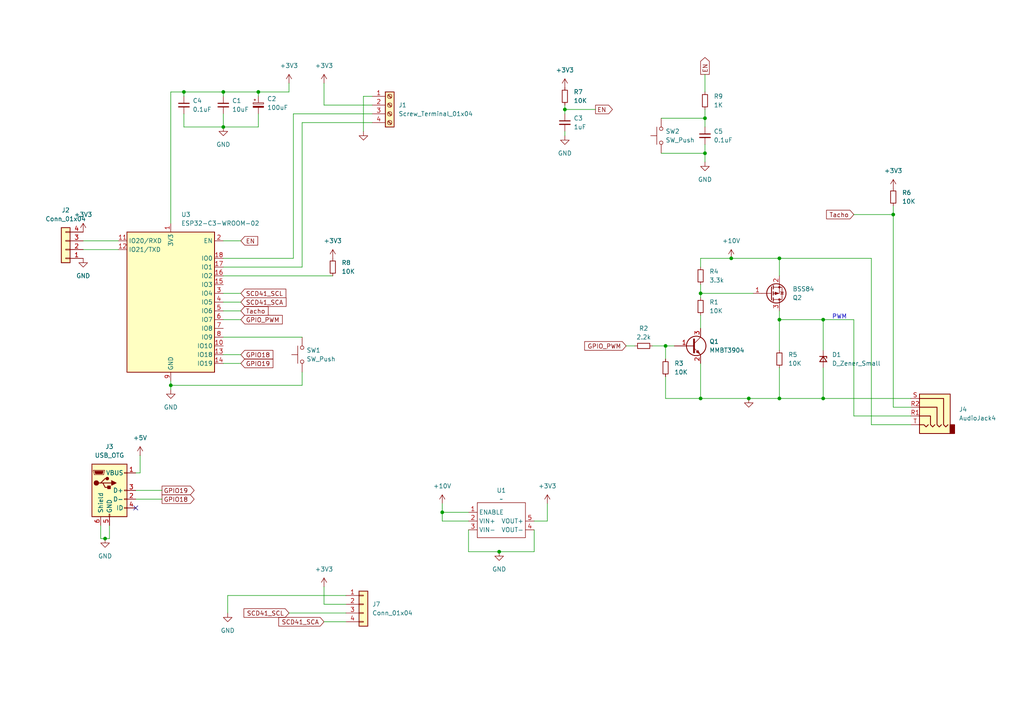
<source format=kicad_sch>
(kicad_sch (version 20231120) (generator "eeschema") (generator_version "8.0")
  (paper "A4")
  (lib_symbols
    (symbol "A_LOCAL_LIBS:Bucket-Converter-Board-3.3V"
      (property "Reference" "U" (at 0 6.604 0))
      (symbol "Bucket-Converter-Board-3.3V_0_1"
        (polyline (pts (xy -6.35 5.334) (xy 7.62 5.334) (xy 7.62 -4.826) (xy -6.35 -4.826) (xy -6.35 5.334)))
      )
      (symbol "Bucket-Converter-Board-3.3V_1_1"
        (pin input line (at -8.89 2.54 0) (length 2.54) (name "ENABLE") (number "1"))
        (pin power_in line (at -8.89 0 0) (length 2.54) (name "VIN+") (number "2"))
        (pin power_in line (at -8.89 -2.54 0) (length 2.54) (name "VIN-") (number "3"))
        (pin power_out line (at 10.16 -2.54 180) (length 2.54) (name "VOUT-") (number "4"))
        (pin power_out line (at 10.16 0 180) (length 2.54) (name "VOUT+") (number "5"))
      )
    )
    (symbol "Connector:Screw_Terminal_01x04" (pin_names (offset 1.016) hide)
      (property "Reference" "J" (at 0 5.08 0))
      (property "Value" "Screw_Terminal_01x04" (at 0 -7.62 0))
      (symbol "Screw_Terminal_01x04_1_1"
        (rectangle (start -1.27 3.81) (end 1.27 -6.35) (stroke (width 0.254)) (fill (type background)))
        (circle (center 0 -5.08) (radius 0.635) (stroke (width 0.1524)))
        (circle (center 0 -2.54) (radius 0.635) (stroke (width 0.1524)))
        (polyline (pts (xy -0.5334 -4.7498) (xy 0.3302 -5.588)) (stroke (width 0.1524)))
        (polyline (pts (xy -0.5334 -2.2098) (xy 0.3302 -3.048)) (stroke (width 0.1524)))
        (polyline (pts (xy -0.5334 0.3302) (xy 0.3302 -0.508)) (stroke (width 0.1524)))
        (polyline (pts (xy -0.5334 2.8702) (xy 0.3302 2.032)) (stroke (width 0.1524)))
        (polyline (pts (xy -0.3556 -4.572) (xy 0.508 -5.4102)) (stroke (width 0.1524)))
        (polyline (pts (xy -0.3556 -2.032) (xy 0.508 -2.8702)) (stroke (width 0.1524)))
        (polyline (pts (xy -0.3556 0.508) (xy 0.508 -0.3302)) (stroke (width 0.1524)))
        (polyline (pts (xy -0.3556 3.048) (xy 0.508 2.2098)) (stroke (width 0.1524)))
        (circle (center 0 0) (radius 0.635) (stroke (width 0.1524)))
        (circle (center 0 2.54) (radius 0.635) (stroke (width 0.1524)))
        (pin passive line (at -5.08 2.54 0) (length 3.81) (name "Pin_1") (number "1"))
        (pin passive line (at -5.08 0 0) (length 3.81) (name "Pin_2") (number "2"))
        (pin passive line (at -5.08 -2.54 0) (length 3.81) (name "Pin_3") (number "3"))
        (pin passive line (at -5.08 -5.08 0) (length 3.81) (name "Pin_4") (number "4"))
      )
    )
    (symbol "Connector:USB_OTG" (pin_names (offset 1.016))
      (property "Reference" "J" (at -5.08 11.43 0))
      (property "Value" "USB_OTG" (at -5.08 8.89 0))
      (symbol "USB_OTG_0_1"
        (rectangle (start -5.08 -7.62) (end 5.08 7.62) (stroke (width 0.254)) (fill (type background)))
        (circle (center -3.81 2.159) (radius 0.635) (stroke (width 0.254)) (fill (type outline)))
        (circle (center -0.635 3.429) (radius 0.381) (stroke (width 0.254)) (fill (type outline)))
        (rectangle (start -0.127 -7.62) (end 0.127 -6.858))
        (polyline (pts (xy -1.905 2.159) (xy 0.635 2.159)) (stroke (width 0.254)))
        (polyline (pts (xy -3.175 2.159) (xy -2.54 2.159) (xy -1.27 3.429) (xy -0.635 3.429)) (stroke (width 0.254)))
        (polyline (pts (xy -2.54 2.159) (xy -1.905 2.159) (xy -1.27 0.889) (xy 0 0.889)) (stroke (width 0.254)))
        (polyline (pts (xy 0.635 2.794) (xy 0.635 1.524) (xy 1.905 2.159) (xy 0.635 2.794)) (stroke (width 0.254)) (fill (type outline)))
        (polyline (pts (xy -4.318 5.588) (xy -1.778 5.588) (xy -2.032 4.826) (xy -4.064 4.826) (xy -4.318 5.588)) (fill (type outline)))
        (polyline (pts (xy -4.699 5.842) (xy -4.699 5.588) (xy -4.445 4.826) (xy -4.445 4.572) (xy -1.651 4.572) (xy -1.651 4.826) (xy -1.397 5.588) (xy -1.397 5.842) (xy -4.699 5.842)))
        (rectangle (start 0.254 1.27) (end -0.508 0.508) (stroke (width 0.254)) (fill (type outline)))
        (rectangle (start 5.08 -5.207) (end 4.318 -4.953))
        (rectangle (start 5.08 -2.667) (end 4.318 -2.413))
        (rectangle (start 5.08 -0.127) (end 4.318 0.127))
        (rectangle (start 5.08 4.953) (end 4.318 5.207))
      )
      (symbol "USB_OTG_1_1"
        (pin passive line (at 7.62 5.08 180) (length 2.54) (name "VBUS") (number "1"))
        (pin bidirectional line (at 7.62 -2.54 180) (length 2.54) (name "D-") (number "2"))
        (pin bidirectional line (at 7.62 0 180) (length 2.54) (name "D+") (number "3"))
        (pin passive line (at 7.62 -5.08 180) (length 2.54) (name "ID") (number "4"))
        (pin passive line (at 0 -10.16 90) (length 2.54) (name "GND") (number "5"))
        (pin passive line (at -2.54 -10.16 90) (length 2.54) (name "Shield") (number "6"))
      )
    )
    (symbol "Connector_Audio:AudioJack4"
      (property "Reference" "J" (at 0 8.89 0))
      (property "Value" "AudioJack4" (at 0 6.35 0))
      (symbol "AudioJack4_0_1"
        (rectangle (start -6.35 -5.08) (end -7.62 -7.62) (stroke (width 0.254)) (fill (type outline)))
        (polyline (pts (xy 0 -5.08) (xy 0.635 -5.715) (xy 1.27 -5.08) (xy 2.54 -5.08)) (stroke (width 0.254)))
        (polyline (pts (xy -5.715 -5.08) (xy -5.08 -5.715) (xy -4.445 -5.08) (xy -4.445 2.54) (xy 2.54 2.54)) (stroke (width 0.254)))
        (polyline (pts (xy -1.905 -5.08) (xy -1.27 -5.715) (xy -0.635 -5.08) (xy -0.635 -2.54) (xy 2.54 -2.54)) (stroke (width 0.254)))
        (polyline (pts (xy 2.54 0) (xy -2.54 0) (xy -2.54 -5.08) (xy -3.175 -5.715) (xy -3.81 -5.08)) (stroke (width 0.254)))
        (rectangle (start 2.54 3.81) (end -6.35 -7.62) (stroke (width 0.254)) (fill (type background)))
      )
      (symbol "AudioJack4_1_1"
        (pin passive line (at 5.08 -2.54 180) (length 2.54) (name "~") (number "R1"))
        (pin passive line (at 5.08 0 180) (length 2.54) (name "~") (number "R2"))
        (pin passive line (at 5.08 2.54 180) (length 2.54) (name "~") (number "S"))
        (pin passive line (at 5.08 -5.08 180) (length 2.54) (name "~") (number "T"))
      )
    )
    (symbol "Connector_Generic:Conn_01x04" (pin_names (offset 1.016) hide)
      (property "Reference" "J" (at 0 5.08 0))
      (property "Value" "Conn_01x04" (at 0 -7.62 0))
      (symbol "Conn_01x04_1_1"
        (rectangle (start -1.27 -4.953) (end 0 -5.207) (stroke (width 0.1524)))
        (rectangle (start -1.27 -2.413) (end 0 -2.667) (stroke (width 0.1524)))
        (rectangle (start -1.27 0.127) (end 0 -0.127) (stroke (width 0.1524)))
        (rectangle (start -1.27 2.667) (end 0 2.413) (stroke (width 0.1524)))
        (rectangle (start -1.27 3.81) (end 1.27 -6.35) (stroke (width 0.254)) (fill (type background)))
        (pin passive line (at -5.08 2.54 0) (length 3.81) (name "Pin_1") (number "1"))
        (pin passive line (at -5.08 0 0) (length 3.81) (name "Pin_2") (number "2"))
        (pin passive line (at -5.08 -2.54 0) (length 3.81) (name "Pin_3") (number "3"))
        (pin passive line (at -5.08 -5.08 0) (length 3.81) (name "Pin_4") (number "4"))
      )
    )
    (symbol "Device:C_Polarized_Small" (pin_numbers hide) (pin_names (offset 0.254) hide)
      (property "Reference" "C" (at 0.254 1.778 0))
      (property "Value" "C_Polarized_Small" (at 0.254 -2.032 0))
      (symbol "C_Polarized_Small_0_1"
        (rectangle (start -1.524 -0.3048) (end 1.524 -0.6858) (fill (type outline)))
        (rectangle (start -1.524 0.6858) (end 1.524 0.3048))
        (polyline (pts (xy -1.27 1.524) (xy -0.762 1.524)))
        (polyline (pts (xy -1.016 1.27) (xy -1.016 1.778)))
      )
      (symbol "C_Polarized_Small_1_1"
        (pin passive line (at 0 2.54 270) (length 1.8542) (name "~") (number "1"))
        (pin passive line (at 0 -2.54 90) (length 1.8542) (name "~") (number "2"))
      )
    )
    (symbol "Device:C_Small" (pin_numbers hide) (pin_names (offset 0.254) hide)
      (property "Reference" "C" (at 0.254 1.778 0))
      (property "Value" "C_Small" (at 0.254 -2.032 0))
      (symbol "C_Small_0_1"
        (polyline (pts (xy -1.524 -0.508) (xy 1.524 -0.508)) (stroke (width 0.3302)))
        (polyline (pts (xy -1.524 0.508) (xy 1.524 0.508)) (stroke (width 0.3048)))
      )
      (symbol "C_Small_1_1"
        (pin passive line (at 0 2.54 270) (length 2.032) (name "~") (number "1"))
        (pin passive line (at 0 -2.54 90) (length 2.032) (name "~") (number "2"))
      )
    )
    (symbol "Device:D_Zener_Small" (pin_numbers hide) (pin_names (offset 0.254) hide)
      (property "Reference" "D" (at 0 2.286 0))
      (property "Value" "D_Zener_Small" (at 0 -2.286 0))
      (symbol "D_Zener_Small_0_1"
        (polyline (pts (xy 0.762 0) (xy -0.762 0)))
        (polyline (pts (xy -0.254 1.016) (xy -0.762 1.016) (xy -0.762 -1.016)) (stroke (width 0.254)))
        (polyline (pts (xy 0.762 1.016) (xy -0.762 0) (xy 0.762 -1.016) (xy 0.762 1.016)) (stroke (width 0.254)))
      )
      (symbol "D_Zener_Small_1_1"
        (pin passive line (at -2.54 0 0) (length 1.778) (name "K") (number "1"))
        (pin passive line (at 2.54 0 180) (length 1.778) (name "A") (number "2"))
      )
    )
    (symbol "Device:R_Small" (pin_numbers hide) (pin_names (offset 0.254) hide)
      (property "Reference" "R" (at 0.762 0.508 0))
      (property "Value" "R_Small" (at 0.762 -1.016 0))
      (symbol "R_Small_0_1"
        (rectangle (start -0.762 1.778) (end 0.762 -1.778) (stroke (width 0.2032)))
      )
      (symbol "R_Small_1_1"
        (pin passive line (at 0 2.54 270) (length 0.762) (name "~") (number "1"))
        (pin passive line (at 0 -2.54 90) (length 0.762) (name "~") (number "2"))
      )
    )
    (symbol "GND_1" (power) (pin_names (offset 0))
      (property "Value" "GND_1" (at 0 -3.81 0))
      (symbol "GND_1_0_1"
        (polyline (pts (xy 0 0) (xy 0 -1.27) (xy 1.27 -1.27) (xy 0 -2.54) (xy -1.27 -1.27) (xy 0 -1.27)))
      )
      (symbol "GND_1_1_1"
        (pin power_in line (at 0 0 270) (length 0) hide (name "GND") (number "1"))
      )
    )
    (symbol "GND_2" (power) (pin_numbers hide) (pin_names (offset 0) hide)
      (property "Value" "GND" (at 0 -3.81 0))
      (symbol "GND_2_0_1"
        (polyline (pts (xy 0 0) (xy 0 -1.27) (xy 1.27 -1.27) (xy 0 -2.54) (xy -1.27 -1.27) (xy 0 -1.27)))
      )
      (symbol "GND_2_1_1"
        (pin power_in line (at 0 0 270) (length 0) (name "~") (number "1"))
      )
    )
    (symbol "RF_Module:ESP32-C3-WROOM-02"
      (property "Reference" "U" (at -12.192 21.336 0))
      (property "Value" "ESP32-C3-WROOM-02" (at 12.192 21.336 0))
      (symbol "ESP32-C3-WROOM-02_1_1"
        (rectangle (start -12.7 20.32) (end 12.7 -20.32) (stroke (width 0.254)) (fill (type background)))
        (pin power_in line (at 0 22.86 270) (length 2.54) (name "3V3") (number "1"))
        (pin bidirectional line (at -15.24 -12.7 0) (length 2.54) (name "IO10") (number "10"))
        (pin bidirectional line (at 15.24 17.78 180) (length 2.54) (name "IO20/RXD") (number "11"))
        (pin bidirectional line (at 15.24 15.24 180) (length 2.54) (name "IO21/TXD") (number "12"))
        (pin bidirectional line (at -15.24 -15.24 0) (length 2.54) (name "IO18") (number "13"))
        (pin bidirectional line (at -15.24 -17.78 0) (length 2.54) (name "IO19") (number "14"))
        (pin bidirectional line (at -15.24 5.08 0) (length 2.54) (name "IO3") (number "15"))
        (pin bidirectional line (at -15.24 7.62 0) (length 2.54) (name "IO2") (number "16"))
        (pin bidirectional line (at -15.24 10.16 0) (length 2.54) (name "IO1") (number "17"))
        (pin bidirectional line (at -15.24 12.7 0) (length 2.54) (name "IO0") (number "18"))
        (pin passive line (at 0 -22.86 90) (length 2.54) hide (name "GND") (number "19"))
        (pin input line (at -15.24 17.78 0) (length 2.54) (name "EN") (number "2"))
        (pin bidirectional line (at -15.24 2.54 0) (length 2.54) (name "IO4") (number "3"))
        (pin bidirectional line (at -15.24 0 0) (length 2.54) (name "IO5") (number "4"))
        (pin bidirectional line (at -15.24 -2.54 0) (length 2.54) (name "IO6") (number "5"))
        (pin bidirectional line (at -15.24 -5.08 0) (length 2.54) (name "IO7") (number "6"))
        (pin bidirectional line (at -15.24 -7.62 0) (length 2.54) (name "IO8") (number "7"))
        (pin bidirectional line (at -15.24 -10.16 0) (length 2.54) (name "IO9") (number "8"))
        (pin power_in line (at 0 -22.86 90) (length 2.54) (name "GND") (number "9"))
      )
    )
    (symbol "Switch:SW_Push" (pin_numbers hide) (pin_names (offset 1.016) hide)
      (property "Reference" "SW" (at 1.27 2.54 0))
      (property "Value" "SW_Push" (at 0 -1.524 0))
      (symbol "SW_Push_0_1"
        (circle (center -2.032 0) (radius 0.508))
        (polyline (pts (xy 0 1.27) (xy 0 3.048)))
        (polyline (pts (xy 2.54 1.27) (xy -2.54 1.27)))
        (circle (center 2.032 0) (radius 0.508))
        (pin passive line (at -5.08 0 0) (length 2.54) (name "1") (number "1"))
        (pin passive line (at 5.08 0 180) (length 2.54) (name "2") (number "2"))
      )
    )
    (symbol "Transistor_BJT:MMBT3904" (pin_names (offset 0) hide)
      (property "Reference" "Q" (at 5.08 1.905 0))
      (property "Value" "MMBT3904" (at 5.08 0 0))
      (symbol "MMBT3904_0_1"
        (polyline (pts (xy 0.635 0.635) (xy 2.54 2.54)))
        (polyline (pts (xy 0.635 -0.635) (xy 2.54 -2.54) (xy 2.54 -2.54)))
        (polyline (pts (xy 0.635 1.905) (xy 0.635 -1.905) (xy 0.635 -1.905)) (stroke (width 0.508)))
        (polyline (pts (xy 1.27 -1.778) (xy 1.778 -1.27) (xy 2.286 -2.286) (xy 1.27 -1.778) (xy 1.27 -1.778)) (fill (type outline)))
        (circle (center 1.27 0) (radius 2.8194) (stroke (width 0.254)))
      )
      (symbol "MMBT3904_1_1"
        (pin input line (at -5.08 0 0) (length 5.715) (name "B") (number "1"))
        (pin passive line (at 2.54 -5.08 90) (length 2.54) (name "E") (number "2"))
        (pin passive line (at 2.54 5.08 270) (length 2.54) (name "C") (number "3"))
      )
    )
    (symbol "Transistor_FET:BSS84" (pin_names hide)
      (property "Reference" "Q" (at 5.08 1.905 0))
      (property "Value" "BSS84" (at 5.08 0 0))
      (symbol "BSS84_0_1"
        (polyline (pts (xy 0.254 0) (xy -2.54 0)))
        (polyline (pts (xy 0.254 1.905) (xy 0.254 -1.905)) (stroke (width 0.254)))
        (polyline (pts (xy 0.762 -1.27) (xy 0.762 -2.286)) (stroke (width 0.254)))
        (polyline (pts (xy 0.762 0.508) (xy 0.762 -0.508)) (stroke (width 0.254)))
        (polyline (pts (xy 0.762 2.286) (xy 0.762 1.27)) (stroke (width 0.254)))
        (polyline (pts (xy 2.54 2.54) (xy 2.54 1.778)))
        (polyline (pts (xy 2.54 -2.54) (xy 2.54 0) (xy 0.762 0)))
        (polyline (pts (xy 0.762 1.778) (xy 3.302 1.778) (xy 3.302 -1.778) (xy 0.762 -1.778)))
        (polyline (pts (xy 2.286 0) (xy 1.27 0.381) (xy 1.27 -0.381) (xy 2.286 0)) (fill (type outline)))
        (polyline (pts (xy 2.794 -0.508) (xy 2.921 -0.381) (xy 3.683 -0.381) (xy 3.81 -0.254)))
        (polyline (pts (xy 3.302 -0.381) (xy 2.921 0.254) (xy 3.683 0.254) (xy 3.302 -0.381)))
        (circle (center 1.651 0) (radius 2.794) (stroke (width 0.254)))
        (circle (center 2.54 -1.778) (radius 0.254) (fill (type outline)))
        (circle (center 2.54 1.778) (radius 0.254) (fill (type outline)))
      )
      (symbol "BSS84_1_1"
        (pin input line (at -5.08 0 0) (length 2.54) (name "G") (number "1"))
        (pin passive line (at 2.54 -5.08 90) (length 2.54) (name "S") (number "2"))
        (pin passive line (at 2.54 5.08 270) (length 2.54) (name "D") (number "3"))
      )
    )
    (symbol "power:+10V" (power) (pin_names (offset 0))
      (property "Value" "+10V" (at 0 3.556 0))
      (symbol "+10V_0_1"
        (polyline (pts (xy -0.762 1.27) (xy 0 2.54)))
        (polyline (pts (xy 0 0) (xy 0 2.54)))
        (polyline (pts (xy 0 2.54) (xy 0.762 1.27)))
      )
      (symbol "+10V_1_1"
        (pin power_in line (at 0 0 90) (length 0) hide (name "+10V") (number "1"))
      )
    )
    (symbol "power:+3.3V" (power) (pin_names (offset 0))
      (property "Value" "+3.3V" (at 0 3.556 0))
      (symbol "+3.3V_0_1"
        (polyline (pts (xy -0.762 1.27) (xy 0 2.54)))
        (polyline (pts (xy 0 0) (xy 0 2.54)))
        (polyline (pts (xy 0 2.54) (xy 0.762 1.27)))
      )
      (symbol "+3.3V_1_1"
        (pin power_in line (at 0 0 90) (length 0) hide (name "+3V3") (number "1"))
      )
    )
    (symbol "power:+5V" (power) (pin_numbers hide) (pin_names (offset 0) hide)
      (property "Value" "+5V" (at 0 3.556 0))
      (symbol "+5V_0_1"
        (polyline (pts (xy -0.762 1.27) (xy 0 2.54)))
        (polyline (pts (xy 0 0) (xy 0 2.54)))
        (polyline (pts (xy 0 2.54) (xy 0.762 1.27)))
      )
      (symbol "+5V_1_1"
        (pin power_in line (at 0 0 90) (length 0) (name "~") (number "1"))
      )
    )
    (symbol "power:GND" (power) (pin_names (offset 0))
      (property "Value" "GND" (at 0 -3.81 0))
      (symbol "GND_0_1"
        (polyline (pts (xy 0 0) (xy 0 -1.27) (xy 1.27 -1.27) (xy 0 -2.54) (xy -1.27 -1.27) (xy 0 -1.27)))
      )
      (symbol "GND_1_1"
        (pin power_in line (at 0 0 270) (length 0) hide (name "GND") (number "1"))
      )
    )
  )
  (junction (at 203.2 85.09))
  (junction (at 203.2 115.57))
  (junction (at 53.34 26.67))
  (junction (at 30.48 156.21))
  (junction (at 204.47 34.29))
  (junction (at 64.77 26.67))
  (junction (at 238.76 92.71))
  (junction (at 204.47 44.45))
  (junction (at 259.08 62.23))
  (junction (at 226.06 92.71))
  (junction (at 193.04 100.33))
  (junction (at 212.09 74.93))
  (junction (at 144.78 160.02))
  (junction (at 226.06 74.93))
  (junction (at 49.53 111.76))
  (junction (at 238.76 115.57))
  (junction (at 64.77 36.83))
  (junction (at 163.83 31.75))
  (junction (at 226.06 115.57))
  (junction (at 128.27 148.59))
  (junction (at 74.93 26.67))
  (junction (at 217.17 115.57))
  (no_connect (at 39.37 147.32))
  (wire (pts (xy 31.75 156.21) (xy 30.48 156.21)))
  (wire (pts (xy 39.37 137.16) (xy 40.64 137.16)))
  (wire (pts (xy 29.21 152.4) (xy 29.21 156.21)))
  (wire (pts (xy 158.75 151.13) (xy 158.75 146.05)))
  (wire (pts (xy 87.63 107.95) (xy 87.63 111.76)))
  (wire (pts (xy 212.09 74.93) (xy 226.06 74.93)))
  (wire (pts (xy 128.27 148.59) (xy 128.27 146.05)))
  (wire (pts (xy 87.63 111.76) (xy 49.53 111.76)))
  (wire (pts (xy 203.2 91.44) (xy 203.2 95.25)))
  (wire (pts (xy 204.47 44.45) (xy 204.47 46.99)))
  (wire (pts (xy 83.82 177.8) (xy 100.33 177.8)))
  (wire (pts (xy 226.06 90.17) (xy 226.06 92.71)))
  (wire (pts (xy 87.63 35.56) (xy 107.95 35.56)))
  (wire (pts (xy 247.65 120.65) (xy 264.16 120.65)))
  (wire (pts (xy 49.53 113.03) (xy 49.53 111.76)))
  (wire (pts (xy 74.93 26.67) (xy 74.93 27.94)))
  (wire (pts (xy 100.33 172.72) (xy 66.04 172.72)))
  (wire (pts (xy 191.77 44.45) (xy 204.47 44.45)))
  (wire (pts (xy 238.76 92.71) (xy 247.65 92.71)))
  (wire (pts (xy 203.2 82.55) (xy 203.2 85.09)))
  (wire (pts (xy 128.27 148.59) (xy 135.89 148.59)))
  (wire (pts (xy 226.06 106.68) (xy 226.06 115.57)))
  (wire (pts (xy 40.64 137.16) (xy 40.64 132.08)))
  (wire (pts (xy 64.77 74.93) (xy 85.09 74.93)))
  (wire (pts (xy 247.65 62.23) (xy 259.08 62.23)))
  (wire (pts (xy 226.06 74.93) (xy 252.73 74.93)))
  (wire (pts (xy 238.76 115.57) (xy 264.16 115.57)))
  (wire (pts (xy 64.77 92.71) (xy 69.85 92.71)))
  (wire (pts (xy 135.89 160.02) (xy 144.78 160.02)))
  (wire (pts (xy 154.94 160.02) (xy 144.78 160.02)))
  (wire (pts (xy 31.75 152.4) (xy 31.75 156.21)))
  (wire (pts (xy 238.76 92.71) (xy 238.76 101.6)))
  (wire (pts (xy 64.77 69.85) (xy 69.85 69.85)))
  (wire (pts (xy 93.98 30.48) (xy 93.98 24.13)))
  (wire (pts (xy 64.77 105.41) (xy 69.85 105.41)))
  (wire (pts (xy 53.34 36.83) (xy 64.77 36.83)))
  (wire (pts (xy 53.34 33.02) (xy 53.34 36.83)))
  (wire (pts (xy 226.06 115.57) (xy 217.17 115.57)))
  (wire (pts (xy 163.83 31.75) (xy 163.83 30.48)))
  (wire (pts (xy 107.95 30.48) (xy 93.98 30.48)))
  (wire (pts (xy 24.13 72.39) (xy 34.29 72.39)))
  (wire (pts (xy 83.82 24.13) (xy 83.82 26.67)))
  (wire (pts (xy 64.77 102.87) (xy 69.85 102.87)))
  (wire (pts (xy 74.93 33.02) (xy 74.93 36.83)))
  (wire (pts (xy 87.63 97.79) (xy 64.77 97.79)))
  (wire (pts (xy 128.27 151.13) (xy 128.27 148.59)))
  (wire (pts (xy 87.63 35.56) (xy 87.63 77.47)))
  (wire (pts (xy 100.33 175.26) (xy 93.98 175.26)))
  (wire (pts (xy 85.09 33.02) (xy 107.95 33.02)))
  (wire (pts (xy 49.53 26.67) (xy 53.34 26.67)))
  (wire (pts (xy 74.93 26.67) (xy 83.82 26.67)))
  (wire (pts (xy 252.73 123.19) (xy 264.16 123.19)))
  (wire (pts (xy 64.77 87.63) (xy 69.85 87.63)))
  (wire (pts (xy 135.89 153.67) (xy 135.89 160.02)))
  (wire (pts (xy 64.77 90.17) (xy 69.85 90.17)))
  (wire (pts (xy 49.53 111.76) (xy 49.53 110.49)))
  (wire (pts (xy 212.09 74.93) (xy 203.2 74.93)))
  (wire (pts (xy 105.41 27.94) (xy 105.41 38.1)))
  (wire (pts (xy 238.76 115.57) (xy 226.06 115.57)))
  (wire (pts (xy 181.61 100.33) (xy 184.15 100.33)))
  (wire (pts (xy 264.16 118.11) (xy 259.08 118.11)))
  (wire (pts (xy 191.77 34.29) (xy 204.47 34.29)))
  (wire (pts (xy 204.47 21.59) (xy 204.47 26.67)))
  (wire (pts (xy 203.2 85.09) (xy 203.2 86.36)))
  (wire (pts (xy 64.77 33.02) (xy 64.77 36.83)))
  (wire (pts (xy 189.23 100.33) (xy 193.04 100.33)))
  (wire (pts (xy 193.04 100.33) (xy 193.04 104.14)))
  (wire (pts (xy 64.77 26.67) (xy 74.93 26.67)))
  (wire (pts (xy 163.83 33.02) (xy 163.83 31.75)))
  (wire (pts (xy 74.93 36.83) (xy 64.77 36.83)))
  (wire (pts (xy 39.37 142.24) (xy 46.99 142.24)))
  (wire (pts (xy 64.77 77.47) (xy 87.63 77.47)))
  (wire (pts (xy 135.89 151.13) (xy 128.27 151.13)))
  (wire (pts (xy 203.2 105.41) (xy 203.2 115.57)))
  (wire (pts (xy 64.77 85.09) (xy 69.85 85.09)))
  (wire (pts (xy 238.76 106.68) (xy 238.76 115.57)))
  (wire (pts (xy 154.94 153.67) (xy 154.94 160.02)))
  (wire (pts (xy 66.04 172.72) (xy 66.04 177.8)))
  (wire (pts (xy 203.2 85.09) (xy 218.44 85.09)))
  (wire (pts (xy 85.09 33.02) (xy 85.09 74.93)))
  (wire (pts (xy 247.65 92.71) (xy 247.65 120.65)))
  (wire (pts (xy 204.47 41.91) (xy 204.47 44.45)))
  (wire (pts (xy 193.04 115.57) (xy 203.2 115.57)))
  (wire (pts (xy 24.13 69.85) (xy 34.29 69.85)))
  (wire (pts (xy 204.47 31.75) (xy 204.47 34.29)))
  (wire (pts (xy 53.34 26.67) (xy 53.34 27.94)))
  (wire (pts (xy 193.04 109.22) (xy 193.04 115.57)))
  (wire (pts (xy 93.98 180.34) (xy 100.33 180.34)))
  (wire (pts (xy 39.37 144.78) (xy 46.99 144.78)))
  (wire (pts (xy 193.04 100.33) (xy 195.58 100.33)))
  (wire (pts (xy 163.83 31.75) (xy 172.72 31.75)))
  (wire (pts (xy 252.73 74.93) (xy 252.73 123.19)))
  (wire (pts (xy 107.95 27.94) (xy 105.41 27.94)))
  (wire (pts (xy 259.08 59.69) (xy 259.08 62.23)))
  (wire (pts (xy 49.53 26.67) (xy 49.53 64.77)))
  (wire (pts (xy 226.06 92.71) (xy 238.76 92.71)))
  (wire (pts (xy 226.06 74.93) (xy 226.06 80.01)))
  (wire (pts (xy 53.34 26.67) (xy 64.77 26.67)))
  (wire (pts (xy 163.83 38.1) (xy 163.83 39.37)))
  (wire (pts (xy 226.06 92.71) (xy 226.06 101.6)))
  (wire (pts (xy 93.98 175.26) (xy 93.98 170.18)))
  (wire (pts (xy 259.08 118.11) (xy 259.08 62.23)))
  (wire (pts (xy 203.2 74.93) (xy 203.2 77.47)))
  (wire (pts (xy 64.77 80.01) (xy 96.52 80.01)))
  (wire (pts (xy 204.47 34.29) (xy 204.47 36.83)))
  (wire (pts (xy 64.77 26.67) (xy 64.77 27.94)))
  (wire (pts (xy 29.21 156.21) (xy 30.48 156.21)))
  (wire (pts (xy 203.2 115.57) (xy 217.17 115.57)))
  (wire (pts (xy 154.94 151.13) (xy 158.75 151.13)))
  (text "PWM" (at 241.3 92.71 0) (effects (font (size 1.27 1.27)) (justify left bottom)))
  (global_label "GPIO_PWM" (shape input) (at 69.85 92.71 0) (property "Intersheetrefs" "${INTERSHEET_REFS}" (effects (hide yes))))
  (global_label "GPIO18" (shape input) (at 69.85 102.87 0) (property "Intersheetrefs" "${INTERSHEET_REFS}" (effects (hide yes))))
  (global_label "SCD41_SCL" (shape input) (at 83.82 177.8 180) (property "Intersheetrefs" "${INTERSHEET_REFS}" (effects (hide yes))))
  (global_label "Tacho" (shape input) (at 69.85 90.17 0) (property "Intersheetrefs" "${INTERSHEET_REFS}" (effects (hide yes))))
  (global_label "EN" (shape output) (at 204.47 21.59 90) (property "Intersheetrefs" "${INTERSHEET_REFS}" (effects (hide yes))))
  (global_label "Tacho" (shape input) (at 247.65 62.23 180) (property "Intersheetrefs" "${INTERSHEET_REFS}" (effects (hide yes))))
  (global_label "EN" (shape input) (at 69.85 69.85 0) (property "Intersheetrefs" "${INTERSHEET_REFS}" (effects (hide yes))))
  (global_label "SCD41_SCA" (shape input) (at 69.85 87.63 0) (property "Intersheetrefs" "${INTERSHEET_REFS}" (effects (hide yes))))
  (global_label "GPIO18" (shape output) (at 46.99 144.78 0) (property "Intersheetrefs" "${INTERSHEET_REFS}" (effects (hide yes))))
  (global_label "GPIO19" (shape input) (at 69.85 105.41 0) (property "Intersheetrefs" "${INTERSHEET_REFS}" (effects (hide yes))))
  (global_label "SCD41_SCA" (shape input) (at 93.98 180.34 180) (property "Intersheetrefs" "${INTERSHEET_REFS}" (effects (hide yes))))
  (global_label "EN" (shape output) (at 172.72 31.75 0) (property "Intersheetrefs" "${INTERSHEET_REFS}" (effects (hide yes))))
  (global_label "GPIO19" (shape output) (at 46.99 142.24 0) (property "Intersheetrefs" "${INTERSHEET_REFS}" (effects (hide yes))))
  (global_label "SCD41_SCL" (shape input) (at 69.85 85.09 0) (property "Intersheetrefs" "${INTERSHEET_REFS}" (effects (hide yes))))
  (global_label "GPIO_PWM" (shape input) (at 181.61 100.33 180) (property "Intersheetrefs" "${INTERSHEET_REFS}" (effects (hide yes))))
  (symbol (lib_id "RF_Module:ESP32-C3-WROOM-02") (at 49.53 87.63 0) (mirror y) (unit 1)
    (property "Reference" "U3" (at 52.5465 62.23 0) (effects (justify right)))
    (property "Value" "ESP32-C3-WROOM-02" (at 52.5465 64.77 0) (effects (justify right)))
    (property "Footprint" "RF_Module:ESP32-C3-WROOM-02" (effects (hide yes)))
    (property "Datasheet" "https://www.espressif.com/sites/default/files/documentation/esp32-c3-wroom-02_datasheet_en.pdf" (effects (hide yes)))
    (property "Description" "802.11 b/g/n Wi­Fi and Bluetooth 5 module, ESP32­C3 SoC, RISC­V microprocessor, On-board antenna" (effects (hide yes)))
  )
  (symbol (lib_id "Device:R_Small") (at 203.2 80.01 0) (unit 1)
    (property "Reference" "R4" (at 205.74 78.74 0) (effects (justify left)))
    (property "Value" "3.3k" (at 205.74 81.28 0) (effects (justify left)))
    (property "Footprint" "Resistor_SMD:R_0805_2012Metric_Pad1.20x1.40mm_HandSolder" (effects (hide yes)))
  )
  (symbol (lib_id "power:+3.3V") (at 83.82 24.13 0) (unit 1)
    (property "Reference" "#PWR08" (effects (hide yes)))
    (property "Value" "+3V3" (at 83.82 19.05 0))
  )
  (symbol (lib_id "power:+3.3V") (at 163.83 25.4 0) (unit 1)
    (property "Reference" "#PWR06" (effects (hide yes)))
    (property "Value" "+3V3" (at 163.83 20.32 0))
  )
  (symbol (lib_id "Device:C_Small") (at 53.34 30.48 0) (unit 1)
    (property "Reference" "C4" (at 55.88 29.2163 0) (effects (justify left)))
    (property "Value" "0.1uF" (at 55.88 31.7563 0) (effects (justify left)))
    (property "Footprint" "Capacitor_SMD:C_0805_2012Metric_Pad1.18x1.45mm_HandSolder" (effects (hide yes)))
  )
  (symbol (lib_id "power:+10V") (at 212.09 74.93 0) (unit 1)
    (property "Reference" "#PWR02" (effects (hide yes)))
    (property "Value" "+10V" (at 212.09 69.85 0))
  )
  (symbol (lib_id "power:+3.3V") (at 158.75 146.05 0) (unit 1)
    (property "Reference" "#PWR017" (effects (hide yes)))
    (property "Value" "+3V3" (at 158.75 140.97 0))
  )
  (symbol (lib_id "Connector_Generic:Conn_01x04") (at 105.41 175.26 0) (unit 1)
    (property "Reference" "J7" (at 107.95 175.26 0) (effects (justify left)))
    (property "Value" "Conn_01x04" (at 107.95 177.8 0) (effects (justify left)))
    (property "Footprint" "Connector_PinHeader_2.54mm:PinHeader_1x04_P2.54mm_Vertical" (effects (hide yes)))
  )
  (symbol (lib_name "GND_1") (lib_id "power:GND") (at 64.77 36.83 0) (unit 1)
    (property "Reference" "#PWR010" (effects (hide yes)))
    (property "Value" "GND" (at 64.77 41.91 0))
  )
  (symbol (lib_id "power:+5V") (at 40.64 132.08 0) (unit 1)
    (property "Reference" "#PWR020" (effects (hide yes)))
    (property "Value" "+5V" (at 40.64 127 0))
    (property "Description" "Power symbol creates a global label with name \"+5V\"" (effects (hide yes)))
  )
  (symbol (lib_id "Device:R_Small") (at 204.47 29.21 0) (unit 1)
    (property "Reference" "R9" (at 207.01 27.9399 0) (effects (justify left)))
    (property "Value" "1K" (at 207.01 30.4799 0) (effects (justify left)))
    (property "Footprint" "Resistor_SMD:R_0805_2012Metric_Pad1.20x1.40mm_HandSolder" (effects (hide yes)))
  )
  (symbol (lib_id "power:+3.3V") (at 93.98 170.18 0) (unit 1)
    (property "Reference" "#PWR014" (effects (hide yes)))
    (property "Value" "+3V3" (at 93.98 165.1 0))
  )
  (symbol (lib_id "power:+3.3V") (at 259.08 54.61 0) (unit 1)
    (property "Reference" "#PWR05" (effects (hide yes)))
    (property "Value" "+3V3" (at 259.08 49.53 0))
  )
  (symbol (lib_id "Device:C_Polarized_Small") (at 74.93 30.48 0) (unit 1)
    (property "Reference" "C2" (at 77.47 28.6638 0) (effects (justify left)))
    (property "Value" "100uF" (at 77.47 31.2038 0) (effects (justify left)))
    (property "Footprint" "Capacitor_Tantalum_SMD:CP_EIA-3528-12_Kemet-T_Pad1.50x2.35mm_HandSolder" (effects (hide yes)))
  )
  (symbol (lib_id "Device:R_Small") (at 203.2 88.9 0) (unit 1)
    (property "Reference" "R1" (at 205.74 87.63 0) (effects (justify left)))
    (property "Value" "10K" (at 205.74 90.17 0) (effects (justify left)))
    (property "Footprint" "Resistor_SMD:R_0805_2012Metric_Pad1.20x1.40mm_HandSolder" (effects (hide yes)))
  )
  (symbol (lib_id "Device:C_Small") (at 204.47 39.37 0) (unit 1)
    (property "Reference" "C5" (at 207.01 38.1062 0) (effects (justify left)))
    (property "Value" "0.1uF" (at 207.01 40.6462 0) (effects (justify left)))
    (property "Footprint" "Capacitor_SMD:C_0805_2012Metric_Pad1.18x1.45mm_HandSolder" (effects (hide yes)))
  )
  (symbol (lib_id "power:GND") (at 163.83 39.37 0) (unit 1)
    (property "Reference" "#PWR07" (effects (hide yes)))
    (property "Value" "GND" (at 163.83 44.45 0))
  )
  (symbol (lib_id "power:GND") (at 204.47 46.99 0) (unit 1)
    (property "Reference" "#PWR019" (effects (hide yes)))
    (property "Value" "GND" (at 204.47 52.07 0))
  )
  (symbol (lib_id "power:GND") (at 49.53 113.03 0) (unit 1)
    (property "Reference" "#PWR03" (effects (hide yes)))
    (property "Value" "GND" (at 49.53 118.11 0))
  )
  (symbol (lib_id "Device:R_Small") (at 259.08 57.15 0) (unit 1)
    (property "Reference" "R6" (at 261.62 55.88 0) (effects (justify left)))
    (property "Value" "10K" (at 261.62 58.42 0) (effects (justify left)))
    (property "Footprint" "Resistor_SMD:R_0805_2012Metric_Pad1.20x1.40mm_HandSolder" (effects (hide yes)))
  )
  (symbol (lib_id "power:GND") (at 24.13 74.93 0) (unit 1)
    (property "Reference" "#PWR012" (effects (hide yes)))
    (property "Value" "GND" (at 24.13 80.01 0))
  )
  (symbol (lib_id "Transistor_FET:BSS84") (at 223.52 85.09 0) (mirror x) (unit 1)
    (property "Reference" "Q2" (at 229.87 86.36 0) (effects (justify left)))
    (property "Value" "BSS84" (at 229.87 83.82 0) (effects (justify left)))
    (property "Footprint" "Package_TO_SOT_SMD:SOT-23" (effects (hide yes)))
    (property "Datasheet" "http://assets.nexperia.com/documents/data-sheet/BSS84.pdf" (effects (hide yes)))
  )
  (symbol (lib_id "power:+10V") (at 128.27 146.05 0) (unit 1)
    (property "Reference" "#PWR015" (effects (hide yes)))
    (property "Value" "+10V" (at 128.27 140.97 0))
  )
  (symbol (lib_id "Connector_Audio:AudioJack4") (at 269.24 118.11 0) (mirror y) (unit 1)
    (property "Reference" "J4" (at 278.13 118.7449 0) (effects (justify right)))
    (property "Value" "AudioJack4" (at 278.13 121.2849 0) (effects (justify right)))
    (property "Footprint" "Connector_Audio:Jack_3.5mm_KoreanHropartsElec_PJ-320D-4A_Horizontal" (effects (hide yes)))
    (property "Description" "Audio Jack, 4 Poles (TRRS)" (effects (hide yes)))
  )
  (symbol (lib_id "power:GND") (at 30.48 156.21 0) (unit 1)
    (property "Reference" "#PWR021" (effects (hide yes)))
    (property "Value" "GND" (at 30.48 161.29 0))
  )
  (symbol (lib_id "A_LOCAL_LIBS:Bucket-Converter-Board-3.3V") (at 144.78 151.13 0) (unit 1)
    (property "Reference" "U1" (at 145.415 142.24 0))
    (property "Value" "~" (at 145.415 144.78 0))
    (property "Footprint" "A_LOCAL_LIBS:Buck-Boost-Converter-Board-3.3V" (effects (hide yes)))
    (property "Description" "https://www.aliexpress.com/item/1005001345418224.html?spm=a2g0o.order_list.order_list_main.23.433e18028rvluK" (effects (hide yes)))
  )
  (symbol (lib_name "GND_2") (lib_id "power:GND") (at 66.04 177.8 0) (unit 1)
    (property "Reference" "#PWR013" (effects (hide yes)))
    (property "Value" "GND" (at 66.04 182.88 0))
    (property "Description" "Power symbol creates a global label with name \"GND\" , ground" (effects (hide yes)))
  )
  (symbol (lib_id "Connector:USB_OTG") (at 31.75 142.24 0) (unit 1)
    (property "Reference" "J3" (at 31.75 129.54 0))
    (property "Value" "USB_OTG" (at 31.75 132.08 0))
    (property "Footprint" "Connector_USB:USB_Micro-B_Molex-105017-0001" (effects (hide yes)))
    (property "Description" "USB mini/micro connector" (effects (hide yes)))
  )
  (symbol (lib_id "power:GND") (at 105.41 38.1 0) (unit 1)
    (property "Reference" "#PWR09" (effects (hide yes)))
    (property "Value" "GND" (effects (hide yes)))
  )
  (symbol (lib_id "power:GND") (at 217.17 115.57 0) (unit 1)
    (property "Reference" "#PWR01" (effects (hide yes)))
    (property "Value" "GND" (effects (hide yes)))
  )
  (symbol (lib_id "Device:C_Small") (at 163.83 35.56 0) (unit 1)
    (property "Reference" "C3" (at 166.37 34.2962 0) (effects (justify left)))
    (property "Value" "1uF" (at 166.37 36.8362 0) (effects (justify left)))
    (property "Footprint" "Capacitor_SMD:C_0805_2012Metric_Pad1.18x1.45mm_HandSolder" (effects (hide yes)))
  )
  (symbol (lib_id "power:+3.3V") (at 96.52 74.93 0) (unit 1)
    (property "Reference" "#PWR011" (effects (hide yes)))
    (property "Value" "+3V3" (at 96.52 69.85 0))
  )
  (symbol (lib_id "Device:R_Small") (at 193.04 106.68 0) (unit 1)
    (property "Reference" "R3" (at 195.58 105.41 0) (effects (justify left)))
    (property "Value" "10K" (at 195.58 107.95 0) (effects (justify left)))
    (property "Footprint" "Resistor_SMD:R_0805_2012Metric_Pad1.20x1.40mm_HandSolder" (effects (hide yes)))
  )
  (symbol (lib_id "Device:R_Small") (at 226.06 104.14 0) (unit 1)
    (property "Reference" "R5" (at 228.6 102.87 0) (effects (justify left)))
    (property "Value" "10K" (at 228.6 105.41 0) (effects (justify left)))
    (property "Footprint" "Resistor_SMD:R_0805_2012Metric_Pad1.20x1.40mm_HandSolder" (effects (hide yes)))
  )
  (symbol (lib_id "Device:R_Small") (at 186.69 100.33 90) (unit 1)
    (property "Reference" "R2" (at 186.69 95.25 90))
    (property "Value" "2.2k" (at 186.69 97.79 90))
    (property "Footprint" "Resistor_SMD:R_0805_2012Metric_Pad1.20x1.40mm_HandSolder" (effects (hide yes)))
  )
  (symbol (lib_id "Device:C_Small") (at 64.77 30.48 0) (unit 1)
    (property "Reference" "C1" (at 67.31 29.2162 0) (effects (justify left)))
    (property "Value" "10uF" (at 67.31 31.7562 0) (effects (justify left)))
    (property "Footprint" "Capacitor_SMD:C_0805_2012Metric_Pad1.18x1.45mm_HandSolder" (effects (hide yes)))
  )
  (symbol (lib_id "power:GND") (at 144.78 160.02 0) (unit 1)
    (property "Reference" "#PWR016" (effects (hide yes)))
    (property "Value" "GND" (at 144.78 165.1 0))
  )
  (symbol (lib_id "power:+3.3V") (at 24.13 67.31 0) (unit 1)
    (property "Reference" "#PWR018" (effects (hide yes)))
    (property "Value" "+3V3" (at 24.13 62.23 0))
  )
  (symbol (lib_id "Switch:SW_Push") (at 87.63 102.87 90) (unit 1)
    (property "Reference" "SW1" (at 88.9 101.5999 90) (effects (justify right)))
    (property "Value" "SW_Push" (at 88.9 104.1399 90) (effects (justify right)))
    (property "Footprint" "Button_Switch_SMD:SW_SPST_CK_RS282G05A3" (effects (hide yes)))
    (property "Description" "Push button switch, generic, two pins" (effects (hide yes)))
  )
  (symbol (lib_id "Transistor_BJT:MMBT3904") (at 200.66 100.33 0) (unit 1)
    (property "Reference" "Q1" (at 205.74 99.06 0) (effects (justify left)))
    (property "Value" "MMBT3904" (at 205.74 101.6 0) (effects (justify left)))
    (property "Footprint" "Package_TO_SOT_SMD:SOT-23" (effects (hide yes)))
    (property "Datasheet" "https://www.onsemi.com/pdf/datasheet/pzt3904-d.pdf" (effects (hide yes)))
  )
  (symbol (lib_id "Connector_Generic:Conn_01x04") (at 19.05 72.39 180) (unit 1)
    (property "Reference" "J2" (at 19.05 60.96 0))
    (property "Value" "Conn_01x04" (at 19.05 63.5 0))
    (property "Footprint" "Connector_PinHeader_2.54mm:PinHeader_1x04_P2.54mm_Vertical" (effects (hide yes)))
  )
  (symbol (lib_id "power:+3.3V") (at 93.98 24.13 0) (unit 1)
    (property "Reference" "#PWR04" (effects (hide yes)))
    (property "Value" "+3V3" (at 93.98 19.05 0))
  )
  (symbol (lib_id "Device:R_Small") (at 96.52 77.47 0) (unit 1)
    (property "Reference" "R8" (at 99.06 76.2 0) (effects (justify left)))
    (property "Value" "10K" (at 99.06 78.74 0) (effects (justify left)))
    (property "Footprint" "Resistor_SMD:R_0805_2012Metric_Pad1.20x1.40mm_HandSolder" (effects (hide yes)))
  )
  (symbol (lib_id "Device:R_Small") (at 163.83 27.94 0) (unit 1)
    (property "Reference" "R7" (at 166.37 26.67 0) (effects (justify left)))
    (property "Value" "10K" (at 166.37 29.21 0) (effects (justify left)))
    (property "Footprint" "Resistor_SMD:R_0805_2012Metric_Pad1.20x1.40mm_HandSolder" (effects (hide yes)))
  )
  (symbol (lib_id "Connector:Screw_Terminal_01x04") (at 113.03 30.48 0) (unit 1)
    (property "Reference" "J1" (at 115.57 30.48 0) (effects (justify left)))
    (property "Value" "Screw_Terminal_01x04" (at 115.57 33.02 0) (effects (justify left)))
    (property "Footprint" "TerminalBlock_Phoenix:TerminalBlock_Phoenix_MPT-0,5-4-2.54_1x04_P2.54mm_Horizontal" (effects (hide yes)))
  )
  (symbol (lib_id "Switch:SW_Push") (at 191.77 39.37 90) (unit 1)
    (property "Reference" "SW2" (at 193.04 38.0999 90) (effects (justify right)))
    (property "Value" "SW_Push" (at 193.04 40.6399 90) (effects (justify right)))
    (property "Footprint" "Button_Switch_SMD:SW_SPST_CK_RS282G05A3" (effects (hide yes)))
    (property "Description" "Push button switch, generic, two pins" (effects (hide yes)))
  )
  (symbol (lib_id "Device:D_Zener_Small") (at 238.76 104.14 270) (unit 1)
    (property "Reference" "D1" (at 241.3 102.87 90) (effects (justify left)))
    (property "Value" "D_Zener_Small" (at 241.3 105.41 90) (effects (justify left)))
    (property "Footprint" "Diode_SMD:D_0805_2012Metric_Pad1.15x1.40mm_HandSolder" (effects (hide yes)))
  )
)
</source>
